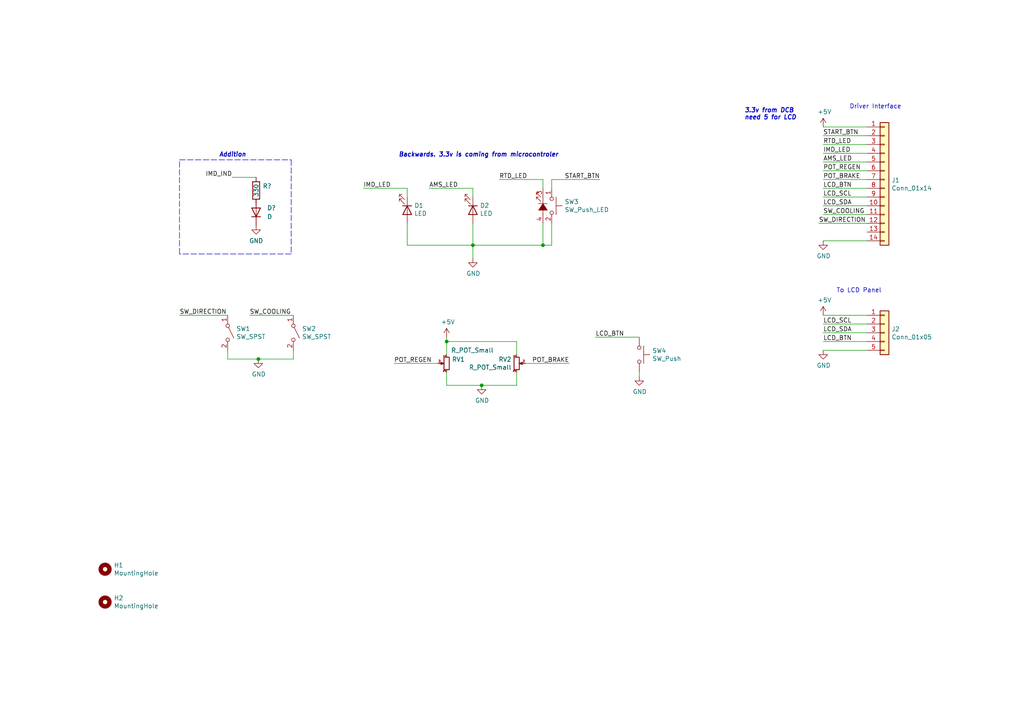
<source format=kicad_sch>
(kicad_sch (version 20211123) (generator eeschema)
  (paper "A4")
  (lib_symbols
    (symbol "Connector_Generic:Conn_01x05" (pin_names (offset 1.016) hide)
      (property "Reference" "J" (at 0 7.62 0))
      (property "Value" "Conn_01x05" (at 0 -7.62 0))
      (symbol "Conn_01x05_1_1"
        (rectangle (start -1.27 -4.953) (end 0 -5.207) (stroke (width 0.1524)))
        (rectangle (start -1.27 -2.413) (end 0 -2.667) (stroke (width 0.1524)))
        (rectangle (start -1.27 0.127) (end 0 -0.127) (stroke (width 0.1524)))
        (rectangle (start -1.27 2.667) (end 0 2.413) (stroke (width 0.1524)))
        (rectangle (start -1.27 5.207) (end 0 4.953) (stroke (width 0.1524)))
        (rectangle (start -1.27 6.35) (end 1.27 -6.35) (stroke (width 0.254)) (fill (type background)))
        (pin passive line (at -5.08 5.08 0) (length 3.81) (name "Pin_1") (number "1"))
        (pin passive line (at -5.08 2.54 0) (length 3.81) (name "Pin_2") (number "2"))
        (pin passive line (at -5.08 0 0) (length 3.81) (name "Pin_3") (number "3"))
        (pin passive line (at -5.08 -2.54 0) (length 3.81) (name "Pin_4") (number "4"))
        (pin passive line (at -5.08 -5.08 0) (length 3.81) (name "Pin_5") (number "5"))
      )
    )
    (symbol "Connector_Generic:Conn_01x14" (pin_names (offset 1.016) hide)
      (property "Reference" "J" (at 0 17.78 0))
      (property "Value" "Conn_01x14" (at 0 -20.32 0))
      (symbol "Conn_01x14_1_1"
        (rectangle (start -1.27 -17.653) (end 0 -17.907) (stroke (width 0.1524)))
        (rectangle (start -1.27 -15.113) (end 0 -15.367) (stroke (width 0.1524)))
        (rectangle (start -1.27 -12.573) (end 0 -12.827) (stroke (width 0.1524)))
        (rectangle (start -1.27 -10.033) (end 0 -10.287) (stroke (width 0.1524)))
        (rectangle (start -1.27 -7.493) (end 0 -7.747) (stroke (width 0.1524)))
        (rectangle (start -1.27 -4.953) (end 0 -5.207) (stroke (width 0.1524)))
        (rectangle (start -1.27 -2.413) (end 0 -2.667) (stroke (width 0.1524)))
        (rectangle (start -1.27 0.127) (end 0 -0.127) (stroke (width 0.1524)))
        (rectangle (start -1.27 2.667) (end 0 2.413) (stroke (width 0.1524)))
        (rectangle (start -1.27 5.207) (end 0 4.953) (stroke (width 0.1524)))
        (rectangle (start -1.27 7.747) (end 0 7.493) (stroke (width 0.1524)))
        (rectangle (start -1.27 10.287) (end 0 10.033) (stroke (width 0.1524)))
        (rectangle (start -1.27 12.827) (end 0 12.573) (stroke (width 0.1524)))
        (rectangle (start -1.27 15.367) (end 0 15.113) (stroke (width 0.1524)))
        (rectangle (start -1.27 16.51) (end 1.27 -19.05) (stroke (width 0.254)) (fill (type background)))
        (pin passive line (at -5.08 15.24 0) (length 3.81) (name "Pin_1") (number "1"))
        (pin passive line (at -5.08 -7.62 0) (length 3.81) (name "Pin_10") (number "10"))
        (pin passive line (at -5.08 -10.16 0) (length 3.81) (name "Pin_11") (number "11"))
        (pin passive line (at -5.08 -12.7 0) (length 3.81) (name "Pin_12") (number "12"))
        (pin passive line (at -5.08 -15.24 0) (length 3.81) (name "Pin_13") (number "13"))
        (pin passive line (at -5.08 -17.78 0) (length 3.81) (name "Pin_14") (number "14"))
        (pin passive line (at -5.08 12.7 0) (length 3.81) (name "Pin_2") (number "2"))
        (pin passive line (at -5.08 10.16 0) (length 3.81) (name "Pin_3") (number "3"))
        (pin passive line (at -5.08 7.62 0) (length 3.81) (name "Pin_4") (number "4"))
        (pin passive line (at -5.08 5.08 0) (length 3.81) (name "Pin_5") (number "5"))
        (pin passive line (at -5.08 2.54 0) (length 3.81) (name "Pin_6") (number "6"))
        (pin passive line (at -5.08 0 0) (length 3.81) (name "Pin_7") (number "7"))
        (pin passive line (at -5.08 -2.54 0) (length 3.81) (name "Pin_8") (number "8"))
        (pin passive line (at -5.08 -5.08 0) (length 3.81) (name "Pin_9") (number "9"))
      )
    )
    (symbol "Device:D" (pin_numbers hide) (pin_names (offset 1.016) hide)
      (property "Reference" "D" (at 0 2.54 0))
      (property "Value" "D" (at 0 -2.54 0))
      (symbol "D_0_1"
        (polyline (pts (xy -1.27 1.27) (xy -1.27 -1.27)) (stroke (width 0.254)))
        (polyline (pts (xy 1.27 0) (xy -1.27 0)))
        (polyline (pts (xy 1.27 1.27) (xy 1.27 -1.27) (xy -1.27 0) (xy 1.27 1.27)) (stroke (width 0.254)))
      )
      (symbol "D_1_1"
        (pin passive line (at -3.81 0 0) (length 2.54) (name "K") (number "1"))
        (pin passive line (at 3.81 0 180) (length 2.54) (name "A") (number "2"))
      )
    )
    (symbol "Device:LED" (pin_numbers hide) (pin_names (offset 1.016) hide)
      (property "Reference" "D" (at 0 2.54 0))
      (property "Value" "LED" (at 0 -2.54 0))
      (symbol "LED_0_1"
        (polyline (pts (xy -1.27 -1.27) (xy -1.27 1.27)) (stroke (width 0.254)))
        (polyline (pts (xy -1.27 0) (xy 1.27 0)))
        (polyline (pts (xy 1.27 -1.27) (xy 1.27 1.27) (xy -1.27 0) (xy 1.27 -1.27)) (stroke (width 0.254)))
        (polyline (pts (xy -3.048 -0.762) (xy -4.572 -2.286) (xy -3.81 -2.286) (xy -4.572 -2.286) (xy -4.572 -1.524)))
        (polyline (pts (xy -1.778 -0.762) (xy -3.302 -2.286) (xy -2.54 -2.286) (xy -3.302 -2.286) (xy -3.302 -1.524)))
      )
      (symbol "LED_1_1"
        (pin passive line (at -3.81 0 0) (length 2.54) (name "K") (number "1"))
        (pin passive line (at 3.81 0 180) (length 2.54) (name "A") (number "2"))
      )
    )
    (symbol "Device:R" (pin_numbers hide) (pin_names (offset 0))
      (property "Reference" "R" (at 2.032 0 90))
      (property "Value" "R" (at 0 0 90))
      (symbol "R_0_1"
        (rectangle (start -1.016 -2.54) (end 1.016 2.54) (stroke (width 0.254)))
      )
      (symbol "R_1_1"
        (pin passive line (at 0 3.81 270) (length 1.27) (name "~") (number "1"))
        (pin passive line (at 0 -3.81 90) (length 1.27) (name "~") (number "2"))
      )
    )
    (symbol "Device:R_POT_Small" (pin_names (offset 1.016) hide)
      (property "Reference" "RV" (at -4.445 0 90))
      (property "Value" "Device_R_POT_Small" (at -2.54 0 90))
      (symbol "R_POT_Small_0_1"
        (polyline (pts (xy 0.889 0) (xy 0.635 0) (xy 1.651 0.381) (xy 1.651 -0.381) (xy 0.635 0) (xy 0.889 0)) (fill (type outline)))
        (rectangle (start 0.762 1.8034) (end -0.762 -1.8034) (stroke (width 0.254)))
      )
      (symbol "R_POT_Small_1_1"
        (pin passive line (at 0 2.54 270) (length 0.635) (name "1") (number "1"))
        (pin passive line (at 2.54 0 180) (length 0.9906) (name "2") (number "2"))
        (pin passive line (at 0 -2.54 90) (length 0.635) (name "3") (number "3"))
      )
    )
    (symbol "Mechanical:MountingHole" (pin_names (offset 1.016))
      (property "Reference" "H" (at 0 5.08 0))
      (property "Value" "MountingHole" (at 0 3.175 0))
      (symbol "MountingHole_0_1"
        (circle (center 0 0) (radius 1.27) (stroke (width 1.27)))
      )
    )
    (symbol "Switch:SW_Push" (pin_numbers hide) (pin_names (offset 1.016) hide)
      (property "Reference" "SW" (at 1.27 2.54 0))
      (property "Value" "SW_Push" (at 0 -1.524 0))
      (symbol "SW_Push_0_1"
        (circle (center -2.032 0) (radius 0.508))
        (polyline (pts (xy 0 1.27) (xy 0 3.048)))
        (polyline (pts (xy 2.54 1.27) (xy -2.54 1.27)))
        (circle (center 2.032 0) (radius 0.508))
        (pin passive line (at -5.08 0 0) (length 2.54) (name "1") (number "1"))
        (pin passive line (at 5.08 0 180) (length 2.54) (name "2") (number "2"))
      )
    )
    (symbol "Switch:SW_Push_LED" (pin_names (offset 1.016) hide)
      (property "Reference" "SW" (at 0.635 5.715 0))
      (property "Value" "SW_Push_LED" (at 0 -3.175 0))
      (symbol "SW_Push_LED_0_0"
        (polyline (pts (xy -3.81 -1.905) (xy -2.54 -0.635)))
        (polyline (pts (xy -2.54 -1.905) (xy -1.27 -0.635)))
        (polyline (pts (xy -2.54 0) (xy 2.54 0)))
        (polyline (pts (xy -0.635 1.27) (xy -0.635 -1.27)))
        (polyline (pts (xy -3.81 -1.27) (xy -3.81 -1.905) (xy -3.175 -1.905)))
        (polyline (pts (xy -2.54 -1.27) (xy -2.54 -1.905) (xy -1.905 -1.905)))
        (polyline (pts (xy -0.635 0) (xy 1.27 1.27) (xy 1.27 -1.27) (xy -0.635 0)) (fill (type outline)))
      )
      (symbol "SW_Push_LED_0_1"
        (circle (center -2.032 2.54) (radius 0.508))
        (polyline (pts (xy 0 3.81) (xy 0 5.588)))
        (polyline (pts (xy 2.54 3.81) (xy -2.54 3.81)))
        (circle (center 2.032 2.54) (radius 0.508))
        (pin passive line (at -5.08 2.54 0) (length 2.54) (name "1") (number "1"))
        (pin passive line (at 5.08 2.54 180) (length 2.54) (name "2") (number "2"))
        (pin passive line (at -5.08 0 0) (length 2.54) (name "K") (number "3"))
        (pin passive line (at 5.08 0 180) (length 2.54) (name "A") (number "4"))
      )
    )
    (symbol "Switch:SW_SPST" (pin_names (offset 0) hide)
      (property "Reference" "SW" (at 0 3.175 0))
      (property "Value" "SW_SPST" (at 0 -2.54 0))
      (symbol "SW_SPST_0_0"
        (circle (center -2.032 0) (radius 0.508))
        (polyline (pts (xy -1.524 0.254) (xy 1.524 1.778)))
        (circle (center 2.032 0) (radius 0.508))
      )
      (symbol "SW_SPST_1_1"
        (pin passive line (at -5.08 0 0) (length 2.54) (name "A") (number "1"))
        (pin passive line (at 5.08 0 180) (length 2.54) (name "B") (number "2"))
      )
    )
    (symbol "power:+5V" (power) (pin_names (offset 0))
      (property "Value" "+5V" (at 0 3.556 0))
      (symbol "+5V_0_1"
        (polyline (pts (xy -0.762 1.27) (xy 0 2.54)))
        (polyline (pts (xy 0 0) (xy 0 2.54)))
        (polyline (pts (xy 0 2.54) (xy 0.762 1.27)))
      )
      (symbol "+5V_1_1"
        (pin power_in line (at 0 0 90) (length 0) hide (name "+5V") (number "1"))
      )
    )
    (symbol "power:GND" (power) (pin_names (offset 0))
      (property "Value" "GND" (at 0 -3.81 0))
      (symbol "GND_0_1"
        (polyline (pts (xy 0 0) (xy 0 -1.27) (xy 1.27 -1.27) (xy 0 -2.54) (xy -1.27 -1.27) (xy 0 -1.27)))
      )
      (symbol "GND_1_1"
        (pin power_in line (at 0 0 270) (length 0) hide (name "GND") (number "1"))
      )
    )
  )
  (junction (at 74.93 104.14))
  (junction (at 129.54 99.06))
  (junction (at 157.48 71.12))
  (junction (at 139.7 111.76))
  (junction (at 137.16 71.12))
  (wire (pts (xy 149.86 107.95) (xy 149.86 111.76)))
  (wire (pts (xy 251.46 54.61) (xy 238.76 54.61)))
  (wire (pts (xy 74.93 104.14) (xy 85.09 104.14)))
  (wire (pts (xy 114.3 105.41) (xy 127 105.41)))
  (wire (pts (xy 85.09 104.14) (xy 85.09 101.6)))
  (wire (pts (xy 160.02 52.07) (xy 160.02 54.61)))
  (wire (pts (xy 118.11 71.12) (xy 137.16 71.12)))
  (wire (pts (xy 152.4 105.41) (xy 165.1 105.41)))
  (wire (pts (xy 137.16 54.61) (xy 124.46 54.61)))
  (polyline (pts (xy 52.07 73.66) (xy 52.07 46.355)))
  (wire (pts (xy 129.54 97.79) (xy 129.54 99.06)))
  (wire (pts (xy 251.46 91.44) (xy 238.76 91.44)))
  (wire (pts (xy 149.86 99.06) (xy 149.86 102.87)))
  (polyline (pts (xy 84.455 46.355) (xy 84.455 73.66)))
  (wire (pts (xy 74.295 57.785) (xy 74.295 59.055)))
  (wire (pts (xy 160.02 71.12) (xy 160.02 64.77)))
  (wire (pts (xy 157.48 71.12) (xy 160.02 71.12)))
  (wire (pts (xy 238.76 93.98) (xy 251.46 93.98)))
  (wire (pts (xy 251.46 46.99) (xy 238.76 46.99)))
  (wire (pts (xy 129.54 111.76) (xy 129.54 107.95)))
  (wire (pts (xy 238.76 57.15) (xy 251.46 57.15)))
  (wire (pts (xy 185.42 109.22) (xy 185.42 107.95)))
  (wire (pts (xy 251.46 96.52) (xy 238.76 96.52)))
  (wire (pts (xy 105.41 54.61) (xy 118.11 54.61)))
  (wire (pts (xy 129.54 99.06) (xy 129.54 102.87)))
  (wire (pts (xy 185.42 97.79) (xy 172.72 97.79)))
  (wire (pts (xy 238.76 101.6) (xy 251.46 101.6)))
  (wire (pts (xy 67.31 51.435) (xy 74.295 51.435)))
  (wire (pts (xy 157.48 52.07) (xy 144.78 52.07)))
  (polyline (pts (xy 52.07 46.355) (xy 84.455 46.355)))
  (wire (pts (xy 52.07 91.44) (xy 66.04 91.44)))
  (wire (pts (xy 139.7 111.76) (xy 129.54 111.76)))
  (wire (pts (xy 238.76 49.53) (xy 251.46 49.53)))
  (wire (pts (xy 157.48 64.77) (xy 157.48 71.12)))
  (wire (pts (xy 251.46 52.07) (xy 238.76 52.07)))
  (wire (pts (xy 129.54 99.06) (xy 149.86 99.06)))
  (wire (pts (xy 160.02 52.07) (xy 173.99 52.07)))
  (wire (pts (xy 137.16 57.15) (xy 137.16 54.61)))
  (wire (pts (xy 238.76 39.37) (xy 251.46 39.37)))
  (wire (pts (xy 137.16 74.93) (xy 137.16 71.12)))
  (wire (pts (xy 118.11 64.77) (xy 118.11 71.12)))
  (wire (pts (xy 149.86 111.76) (xy 139.7 111.76)))
  (wire (pts (xy 251.46 99.06) (xy 238.76 99.06)))
  (wire (pts (xy 66.04 104.14) (xy 74.93 104.14)))
  (wire (pts (xy 72.39 91.44) (xy 85.09 91.44)))
  (wire (pts (xy 118.11 54.61) (xy 118.11 57.15)))
  (wire (pts (xy 137.16 64.77) (xy 137.16 71.12)))
  (wire (pts (xy 157.48 52.07) (xy 157.48 54.61)))
  (wire (pts (xy 251.46 41.91) (xy 238.76 41.91)))
  (wire (pts (xy 238.76 44.45) (xy 251.46 44.45)))
  (wire (pts (xy 237.49 64.77) (xy 251.46 64.77)))
  (wire (pts (xy 251.46 36.83) (xy 238.76 36.83)))
  (wire (pts (xy 66.04 101.6) (xy 66.04 104.14)))
  (polyline (pts (xy 84.455 73.66) (xy 52.07 73.66)))
  (wire (pts (xy 238.76 62.23) (xy 251.46 62.23)))
  (wire (pts (xy 251.46 59.69) (xy 238.76 59.69)))
  (wire (pts (xy 137.16 71.12) (xy 157.48 71.12)))
  (wire (pts (xy 238.76 69.85) (xy 251.46 69.85)))
  (text "3.3v from DCB\nneed 5 for LCD" (at 215.9 34.925 0) (effects (font (size 1.27 1.27) bold italic) (justify left bottom)))
  (text "Addition" (at 63.5 45.72 0) (effects (font (size 1.27 1.27) (thickness 0.254) bold italic) (justify left bottom)))
  (text "To LCD Panel " (at 242.57 85.09 0) (effects (font (size 1.27 1.27)) (justify left bottom)))
  (text "Backwards. 3.3v is coming from microcontroler " (at 115.57 45.72 0) (effects (font (size 1.27 1.27) (thickness 0.254) bold italic) (justify left bottom)))
  (text "Driver Interface" (at 246.38 31.75 0) (effects (font (size 1.27 1.27)) (justify left bottom)))
  (label "SW_COOLING" (at 238.76 62.23 0))
  (label "AMS_LED" (at 238.76 46.99 0))
  (label "POT_REGEN" (at 114.3 105.41 0))
  (label "LCD_SDA" (at 238.76 59.69 0))
  (label "SW_DIRECTION" (at 237.49 64.77 0))
  (label "LCD_SCL" (at 238.76 93.98 0))
  (label "RTD_LED" (at 238.76 41.91 0))
  (label "IMD_IND" (at 67.31 51.435 180))
  (label "START_BTN" (at 173.99 52.07 180))
  (label "POT_BRAKE" (at 165.1 105.41 180))
  (label "POT_BRAKE" (at 238.76 52.07 0))
  (label "LCD_SCL" (at 238.76 57.15 0))
  (label "SW_COOLING" (at 72.39 91.44 0))
  (label "POT_REGEN" (at 238.76 49.53 0))
  (label "IMD_LED" (at 238.76 44.45 0))
  (label "LCD_SDA" (at 238.76 96.52 0))
  (label "START_BTN" (at 238.76 39.37 0))
  (label "SW_DIRECTION" (at 52.07 91.44 0))
  (label "RTD_LED" (at 144.78 52.07 0))
  (label "AMS_LED" (at 124.46 54.61 0))
  (label "LCD_BTN" (at 238.76 99.06 0))
  (label "LCD_BTN" (at 238.76 54.61 0))
  (label "LCD_BTN" (at 172.72 97.79 0))
  (label "IMD_LED" (at 105.41 54.61 0))
  (symbol (lib_id "Switch:SW_SPST") (at 85.09 96.52 270) (unit 1)
    (property "Reference" "SW2" (at 87.5792 95.3516 90) (effects (justify left)))
    (property "Value" "SW_SPST" (at 87.5792 97.663 90) (effects (justify left)))
    (property "Footprint" "AERO_Footprints:Toggle_Switch_100SP1T1B4M2QE" (effects hide))
  )
  (symbol (lib_id "Switch:SW_SPST") (at 66.04 96.52 270) (unit 1)
    (property "Reference" "SW1" (at 68.5292 95.3516 90) (effects (justify left)))
    (property "Value" "SW_SPST" (at 68.5292 97.663 90) (effects (justify left)))
    (property "Footprint" "AERO_Footprints:Toggle_Switch_100SP1T1B4M2QE" (effects hide))
  )
  (symbol (lib_id "power:GND") (at 74.93 104.14 0) (unit 1)
    (property "Reference" "#PWR0109" (effects hide))
    (property "Value" "GND" (at 75.057 108.5342 0))
  )
  (symbol (lib_id "Connector_Generic:Conn_01x14") (at 256.54 52.07 0) (unit 1)
    (property "Reference" "J1" (at 258.572 52.2732 0) (effects (justify left)))
    (property "Value" "Conn_01x14" (at 258.572 54.5846 0) (effects (justify left)))
    (property "Footprint" "AERO_Footprints:TE_1-776262-1_14pin_Vertical" (effects hide))
  )
  (symbol (lib_id "power:+5V") (at 238.76 36.83 0) (unit 1)
    (property "Reference" "#PWR0101" (effects hide))
    (property "Value" "+5V" (at 239.141 32.4358 0))
  )
  (symbol (lib_id "power:GND") (at 238.76 69.85 0) (unit 1)
    (property "Reference" "#PWR0103" (effects hide))
    (property "Value" "GND" (at 238.887 74.2442 0))
  )
  (symbol (lib_id "Device:LED") (at 118.11 60.96 270) (unit 1)
    (property "Reference" "D1" (at 120.142 59.6138 90) (effects (justify left)))
    (property "Value" "LED" (at 120.142 61.9252 90) (effects (justify left)))
    (property "Footprint" "LED_SMD:LED_0603_1608Metric_Pad1.05x0.95mm_HandSolder" (effects hide))
  )
  (symbol (lib_id "Device:LED") (at 137.16 60.96 270) (unit 1)
    (property "Reference" "D2" (at 139.192 59.6138 90) (effects (justify left)))
    (property "Value" "LED" (at 139.192 61.9252 90) (effects (justify left)))
    (property "Footprint" "LED_SMD:LED_0603_1608Metric_Pad1.05x0.95mm_HandSolder" (effects hide))
  )
  (symbol (lib_id "Device:R_POT_Small") (at 129.54 105.41 0) (mirror y) (unit 1)
    (property "Reference" "RV1" (at 131.064 104.2416 0) (effects (justify right)))
    (property "Value" "R_POT_Small" (at 130.81 101.6 0) (effects (justify right)))
    (property "Footprint" "Connector_JST:JST_XH_S3B-XH-A-1_1x03_P2.50mm_Horizontal" (effects hide))
  )
  (symbol (lib_id "Device:R_POT_Small") (at 149.86 105.41 0) (unit 1)
    (property "Reference" "RV2" (at 148.3614 104.2416 0) (effects (justify right)))
    (property "Value" "R_POT_Small" (at 148.3614 106.553 0) (effects (justify right)))
    (property "Footprint" "Connector_JST:JST_XH_S3B-XH-A-1_1x03_P2.50mm_Horizontal" (effects hide))
  )
  (symbol (lib_id "power:GND") (at 238.76 101.6 0) (unit 1)
    (property "Reference" "#PWR0104" (effects hide))
    (property "Value" "GND" (at 238.887 105.9942 0))
  )
  (symbol (lib_id "power:+5V") (at 238.76 91.44 0) (unit 1)
    (property "Reference" "#PWR0102" (effects hide))
    (property "Value" "+5V" (at 239.141 87.0458 0))
  )
  (symbol (lib_id "Connector_Generic:Conn_01x05") (at 256.54 96.52 0) (unit 1)
    (property "Reference" "J2" (at 258.572 95.4532 0) (effects (justify left)))
    (property "Value" "Conn_01x05" (at 258.572 97.7646 0) (effects (justify left)))
    (property "Footprint" "Connector_JST:JST_XH_S5B-XH-A-1_1x05_P2.50mm_Horizontal" (effects hide))
  )
  (symbol (lib_id "power:GND") (at 137.16 74.93 0) (unit 1)
    (property "Reference" "#PWR0106" (effects hide))
    (property "Value" "GND" (at 137.287 79.3242 0))
  )
  (symbol (lib_id "Switch:SW_Push") (at 185.42 102.87 270) (unit 1)
    (property "Reference" "SW4" (at 189.1792 101.7016 90) (effects (justify left)))
    (property "Value" "SW_Push" (at 189.1792 104.013 90) (effects (justify left)))
    (property "Footprint" "Connector_JST:JST_XH_S2B-XH-A-1_1x02_P2.50mm_Horizontal" (effects hide))
  )
  (symbol (lib_id "power:GND") (at 185.42 109.22 0) (unit 1)
    (property "Reference" "#PWR0105" (effects hide))
    (property "Value" "GND" (at 185.547 113.6142 0))
  )
  (symbol (lib_id "Switch:SW_Push_LED") (at 157.48 59.69 270) (unit 1)
    (property "Reference" "SW3" (at 163.7538 58.5216 90) (effects (justify left)))
    (property "Value" "SW_Push_LED" (at 163.7538 60.833 90) (effects (justify left)))
    (property "Footprint" "Connector_JST:JST_XH_S4B-XH-A-1_1x04_P2.50mm_Horizontal" (effects hide))
  )
  (symbol (lib_id "power:+5V") (at 129.54 97.79 0) (unit 1)
    (property "Reference" "#PWR0107" (effects hide))
    (property "Value" "+5V" (at 129.921 93.3958 0))
  )
  (symbol (lib_id "power:GND") (at 139.7 111.76 0) (unit 1)
    (property "Reference" "#PWR0108" (effects hide))
    (property "Value" "GND" (at 139.827 116.1542 0))
  )
  (symbol (lib_id "power:GND") (at 74.295 65.405 0) (unit 1)
    (property "Reference" "#PWR?" (effects hide))
    (property "Value" "GND" (at 74.295 69.85 0))
  )
  (symbol (lib_id "Mechanical:MountingHole") (at 30.48 174.625 0) (unit 1)
    (property "Reference" "H2" (at 33.02 173.4566 0) (effects (justify left)))
    (property "Value" "MountingHole" (at 33.02 175.768 0) (effects (justify left)))
    (property "Footprint" "MountingHole:MountingHole_3.2mm_M3" (effects hide))
  )
  (symbol (lib_id "Device:D") (at 74.295 61.595 90) (unit 1)
    (property "Reference" "D?" (at 77.47 60.3249 90) (effects (justify right)))
    (property "Value" "D" (at 77.47 62.8649 90) (effects (justify right)))
  )
  (symbol (lib_id "Device:R") (at 74.295 55.245 0) (unit 1)
    (property "Reference" "R?" (at 76.2 53.9749 0) (effects (justify left)))
    (property "Value" "330" (at 74.295 57.15 90) (effects (justify left)))
  )
  (symbol (lib_id "Mechanical:MountingHole") (at 30.48 165.1 0) (unit 1)
    (property "Reference" "H1" (at 33.02 163.9316 0) (effects (justify left)))
    (property "Value" "MountingHole" (at 33.02 166.243 0) (effects (justify left)))
    (property "Footprint" "MountingHole:MountingHole_3.2mm_M3" (effects hide))
  )
)
</source>
